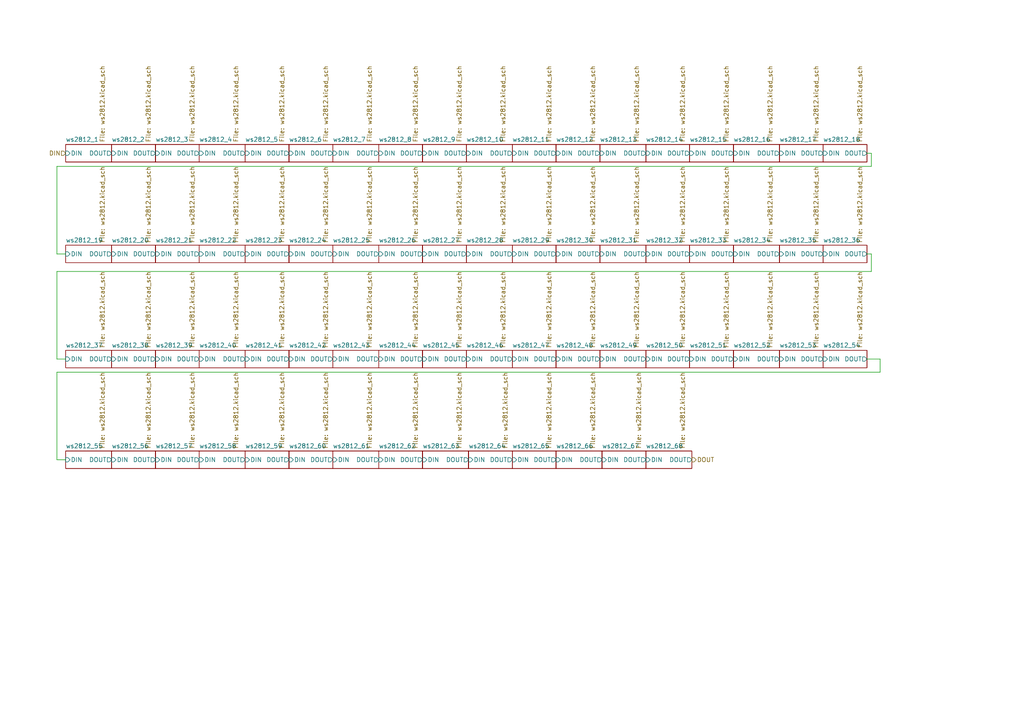
<source format=kicad_sch>
(kicad_sch
	(version 20231120)
	(generator "eeschema")
	(generator_version "8.0")
	(uuid "7b615930-65e1-4961-a856-14e63fad6b43")
	(paper "A4")
	(lib_symbols)
	(wire
		(pts
			(xy 16.51 78.74) (xy 16.51 104.14)
		)
		(stroke
			(width 0)
			(type default)
		)
		(uuid "251a3e21-72ea-4c07-8e0b-671ebb46a7c8")
	)
	(wire
		(pts
			(xy 16.51 104.14) (xy 19.05 104.14)
		)
		(stroke
			(width 0)
			(type default)
		)
		(uuid "3c2cacb6-9fd1-4045-8caf-90d12d5fd9a0")
	)
	(wire
		(pts
			(xy 252.73 44.45) (xy 252.73 48.26)
		)
		(stroke
			(width 0)
			(type default)
		)
		(uuid "3c443393-3446-4aa5-85c0-8eea8fd18cfb")
	)
	(wire
		(pts
			(xy 252.73 78.74) (xy 16.51 78.74)
		)
		(stroke
			(width 0)
			(type default)
		)
		(uuid "4120fc93-f53c-4b5c-aa58-26fee9173f9a")
	)
	(wire
		(pts
			(xy 16.51 48.26) (xy 16.51 73.66)
		)
		(stroke
			(width 0)
			(type default)
		)
		(uuid "5aaacbab-39de-4bfe-b1bc-308da7aad88e")
	)
	(wire
		(pts
			(xy 252.73 73.66) (xy 252.73 78.74)
		)
		(stroke
			(width 0)
			(type default)
		)
		(uuid "622a9c01-c3d5-4479-b391-6d9e87fa8c4a")
	)
	(wire
		(pts
			(xy 251.46 73.66) (xy 252.73 73.66)
		)
		(stroke
			(width 0)
			(type default)
		)
		(uuid "a5acc58d-5d0b-4b89-a1cc-cf6bc8ec13f4")
	)
	(wire
		(pts
			(xy 251.46 44.45) (xy 252.73 44.45)
		)
		(stroke
			(width 0)
			(type default)
		)
		(uuid "a8e93c2d-aac5-418f-9943-fd4f27939452")
	)
	(wire
		(pts
			(xy 16.51 107.95) (xy 16.51 133.35)
		)
		(stroke
			(width 0)
			(type default)
		)
		(uuid "ae341318-522e-4299-aef6-66c6f2b6154a")
	)
	(wire
		(pts
			(xy 252.73 48.26) (xy 16.51 48.26)
		)
		(stroke
			(width 0)
			(type default)
		)
		(uuid "af72ac51-a15a-49cd-a77f-73c0ec8141f8")
	)
	(wire
		(pts
			(xy 255.27 107.95) (xy 16.51 107.95)
		)
		(stroke
			(width 0)
			(type default)
		)
		(uuid "b22686f8-ffb4-4ee1-907f-100059ba0d8a")
	)
	(wire
		(pts
			(xy 16.51 73.66) (xy 19.05 73.66)
		)
		(stroke
			(width 0)
			(type default)
		)
		(uuid "b7cfa3d5-b8e7-4904-8bb0-3dceddf5c992")
	)
	(wire
		(pts
			(xy 16.51 133.35) (xy 19.05 133.35)
		)
		(stroke
			(width 0)
			(type default)
		)
		(uuid "e4305c35-0a82-4267-8f5c-9b0898962bb9")
	)
	(wire
		(pts
			(xy 251.46 104.14) (xy 255.27 104.14)
		)
		(stroke
			(width 0)
			(type default)
		)
		(uuid "e6a51c34-c835-4436-b560-23caa51419ab")
	)
	(wire
		(pts
			(xy 255.27 104.14) (xy 255.27 107.95)
		)
		(stroke
			(width 0)
			(type default)
		)
		(uuid "f7c2d54f-9e58-491e-8563-0a37b561377c")
	)
	(hierarchical_label "DIN"
		(shape input)
		(at 19.05 44.45 180)
		(fields_autoplaced yes)
		(effects
			(font
				(size 1.27 1.27)
			)
			(justify right)
		)
		(uuid "9afb146a-9d93-411d-b2fc-770f34cda27f")
	)
	(hierarchical_label "DOUT"
		(shape output)
		(at 200.66 133.35 0)
		(fields_autoplaced yes)
		(effects
			(font
				(size 1.27 1.27)
			)
			(justify left)
		)
		(uuid "e780b9b7-9ad1-4e0e-a5e1-2a47241dcfbd")
	)
	(sheet
		(at 83.82 130.81)
		(size 12.7 5.08)
		(stroke
			(width 0.1524)
			(type solid)
		)
		(fill
			(color 0 0 0 0.0000)
		)
		(uuid "004ac5dc-b4fd-4811-9838-725d9e08237d")
		(property "Sheetname" "ws2812_60"
			(at 83.82 130.0984 0)
			(effects
				(font
					(size 1.27 1.27)
				)
				(justify left bottom)
			)
		)
		(property "Sheetfile" "ws2812.kicad_sch"
			(at 93.726 130.175 90)
			(effects
				(font
					(size 1.27 1.27)
				)
				(justify left top)
			)
		)
		(pin "DIN" input
			(at 83.82 133.35 180)
			(effects
				(font
					(size 1.27 1.27)
				)
				(justify left)
			)
			(uuid "91465c0d-ccf7-428c-848f-da57f0325cc1")
		)
		(pin "DOUT" output
			(at 96.52 133.35 0)
			(effects
				(font
					(size 1.27 1.27)
				)
				(justify right)
			)
			(uuid "0794a762-cf87-4c34-b335-c4e6da0b8a2b")
		)
		(instances
			(project "otterworks_arrow"
				(path "/4b10177f-59fb-4d44-b63c-4086913e7acb/d9ffb041-5649-4844-b811-06fdd3217658"
					(page "62")
				)
			)
		)
	)
	(sheet
		(at 173.99 101.6)
		(size 13.335 5.08)
		(stroke
			(width 0.1524)
			(type solid)
		)
		(fill
			(color 0 0 0 0.0000)
		)
		(uuid "0270e80a-60a6-4ab5-81d8-efe11ae253ad")
		(property "Sheetname" "ws2812_49"
			(at 173.99 100.8884 0)
			(effects
				(font
					(size 1.27 1.27)
				)
				(justify left bottom)
			)
		)
		(property "Sheetfile" "ws2812.kicad_sch"
			(at 183.896 100.965 90)
			(effects
				(font
					(size 1.27 1.27)
				)
				(justify left top)
			)
		)
		(pin "DIN" input
			(at 173.99 104.14 180)
			(effects
				(font
					(size 1.27 1.27)
				)
				(justify left)
			)
			(uuid "ec3ed4cb-c00b-46c9-95a4-d1faa11c810e")
		)
		(pin "DOUT" output
			(at 187.325 104.14 0)
			(effects
				(font
					(size 1.27 1.27)
				)
				(justify right)
			)
			(uuid "a7527282-65fe-4806-a690-34fb6fa5f2bc")
		)
		(instances
			(project "otterworks_arrow"
				(path "/4b10177f-59fb-4d44-b63c-4086913e7acb/d9ffb041-5649-4844-b811-06fdd3217658"
					(page "51")
				)
			)
		)
	)
	(sheet
		(at 200.025 41.91)
		(size 12.7 5.08)
		(stroke
			(width 0.1524)
			(type solid)
		)
		(fill
			(color 0 0 0 0.0000)
		)
		(uuid "05a2ecf1-32c4-4685-a971-b8b0deae829b")
		(property "Sheetname" "ws2812_15"
			(at 200.025 41.1984 0)
			(effects
				(font
					(size 1.27 1.27)
				)
				(justify left bottom)
			)
		)
		(property "Sheetfile" "ws2812.kicad_sch"
			(at 209.931 41.275 90)
			(effects
				(font
					(size 1.27 1.27)
				)
				(justify left top)
			)
		)
		(pin "DIN" input
			(at 200.025 44.45 180)
			(effects
				(font
					(size 1.27 1.27)
				)
				(justify left)
			)
			(uuid "e718c798-8f40-40cd-8e92-ea3fbc9d0949")
		)
		(pin "DOUT" output
			(at 212.725 44.45 0)
			(effects
				(font
					(size 1.27 1.27)
				)
				(justify right)
			)
			(uuid "6f150ed1-49f4-4908-ae49-e2fe4f341a21")
		)
		(instances
			(project "otterworks_arrow"
				(path "/4b10177f-59fb-4d44-b63c-4086913e7acb/d9ffb041-5649-4844-b811-06fdd3217658"
					(page "17")
				)
			)
		)
	)
	(sheet
		(at 96.52 41.91)
		(size 13.335 5.08)
		(stroke
			(width 0.1524)
			(type solid)
		)
		(fill
			(color 0 0 0 0.0000)
		)
		(uuid "07b00f24-1aaf-4660-8777-1477c5ebea88")
		(property "Sheetname" "ws2812_7"
			(at 96.52 41.1984 0)
			(effects
				(font
					(size 1.27 1.27)
				)
				(justify left bottom)
			)
		)
		(property "Sheetfile" "ws2812.kicad_sch"
			(at 106.426 41.275 90)
			(effects
				(font
					(size 1.27 1.27)
				)
				(justify left top)
			)
		)
		(pin "DIN" input
			(at 96.52 44.45 180)
			(effects
				(font
					(size 1.27 1.27)
				)
				(justify left)
			)
			(uuid "43eda0f5-1021-422f-9baa-dc3533378b8b")
		)
		(pin "DOUT" output
			(at 109.855 44.45 0)
			(effects
				(font
					(size 1.27 1.27)
				)
				(justify right)
			)
			(uuid "d8c4b23f-e8fd-4545-877d-7afab050ed94")
		)
		(instances
			(project "otterworks_arrow"
				(path "/4b10177f-59fb-4d44-b63c-4086913e7acb/d9ffb041-5649-4844-b811-06fdd3217658"
					(page "9")
				)
			)
		)
	)
	(sheet
		(at 71.12 101.6)
		(size 12.7 5.08)
		(stroke
			(width 0.1524)
			(type solid)
		)
		(fill
			(color 0 0 0 0.0000)
		)
		(uuid "080d0ce8-23c8-4575-afee-26a9adc4a1ab")
		(property "Sheetname" "ws2812_41"
			(at 71.12 100.8884 0)
			(effects
				(font
					(size 1.27 1.27)
				)
				(justify left bottom)
			)
		)
		(property "Sheetfile" "ws2812.kicad_sch"
			(at 81.026 100.965 90)
			(effects
				(font
					(size 1.27 1.27)
				)
				(justify left top)
			)
		)
		(pin "DIN" input
			(at 71.12 104.14 180)
			(effects
				(font
					(size 1.27 1.27)
				)
				(justify left)
			)
			(uuid "28d3d35d-194f-4b10-b060-0e87e8ae4789")
		)
		(pin "DOUT" output
			(at 83.82 104.14 0)
			(effects
				(font
					(size 1.27 1.27)
				)
				(justify right)
			)
			(uuid "304ee5cd-a7cd-4362-911b-c532440e0763")
		)
		(instances
			(project "otterworks_arrow"
				(path "/4b10177f-59fb-4d44-b63c-4086913e7acb/d9ffb041-5649-4844-b811-06fdd3217658"
					(page "43")
				)
			)
		)
	)
	(sheet
		(at 187.325 71.12)
		(size 12.7 5.08)
		(stroke
			(width 0.1524)
			(type solid)
		)
		(fill
			(color 0 0 0 0.0000)
		)
		(uuid "0ca3e0ec-f550-4b11-8ba4-dbc07e7fda0e")
		(property "Sheetname" "ws2812_32"
			(at 187.325 70.4084 0)
			(effects
				(font
					(size 1.27 1.27)
				)
				(justify left bottom)
			)
		)
		(property "Sheetfile" "ws2812.kicad_sch"
			(at 197.231 70.485 90)
			(effects
				(font
					(size 1.27 1.27)
				)
				(justify left top)
			)
		)
		(pin "DIN" input
			(at 187.325 73.66 180)
			(effects
				(font
					(size 1.27 1.27)
				)
				(justify left)
			)
			(uuid "522f62b1-ac73-4fc7-b3d8-f993dfede29c")
		)
		(pin "DOUT" output
			(at 200.025 73.66 0)
			(effects
				(font
					(size 1.27 1.27)
				)
				(justify right)
			)
			(uuid "dc67193a-e28a-4719-9bea-99da61f51e91")
		)
		(instances
			(project "otterworks_arrow"
				(path "/4b10177f-59fb-4d44-b63c-4086913e7acb/d9ffb041-5649-4844-b811-06fdd3217658"
					(page "34")
				)
			)
		)
	)
	(sheet
		(at 238.76 41.91)
		(size 12.7 5.08)
		(stroke
			(width 0.1524)
			(type solid)
		)
		(fill
			(color 0 0 0 0.0000)
		)
		(uuid "0da4e426-bf0b-4dec-979c-a6e9ea69216b")
		(property "Sheetname" "ws2812_18"
			(at 238.76 41.1984 0)
			(effects
				(font
					(size 1.27 1.27)
				)
				(justify left bottom)
			)
		)
		(property "Sheetfile" "ws2812.kicad_sch"
			(at 248.666 41.275 90)
			(effects
				(font
					(size 1.27 1.27)
				)
				(justify left top)
			)
		)
		(pin "DIN" input
			(at 238.76 44.45 180)
			(effects
				(font
					(size 1.27 1.27)
				)
				(justify left)
			)
			(uuid "460a72ee-d4a1-47cc-b52a-2c6d3ab4852f")
		)
		(pin "DOUT" output
			(at 251.46 44.45 0)
			(effects
				(font
					(size 1.27 1.27)
				)
				(justify right)
			)
			(uuid "1a3edc58-d444-41cd-8a32-74dde0309f8a")
		)
		(instances
			(project "otterworks_arrow"
				(path "/4b10177f-59fb-4d44-b63c-4086913e7acb/d9ffb041-5649-4844-b811-06fdd3217658"
					(page "20")
				)
			)
		)
	)
	(sheet
		(at 173.99 41.91)
		(size 13.335 5.08)
		(stroke
			(width 0.1524)
			(type solid)
		)
		(fill
			(color 0 0 0 0.0000)
		)
		(uuid "0de03c5e-6d50-4c14-a744-634f2b417211")
		(property "Sheetname" "ws2812_13"
			(at 173.99 41.1984 0)
			(effects
				(font
					(size 1.27 1.27)
				)
				(justify left bottom)
			)
		)
		(property "Sheetfile" "ws2812.kicad_sch"
			(at 183.896 41.275 90)
			(effects
				(font
					(size 1.27 1.27)
				)
				(justify left top)
			)
		)
		(pin "DIN" input
			(at 173.99 44.45 180)
			(effects
				(font
					(size 1.27 1.27)
				)
				(justify left)
			)
			(uuid "9a632dd6-3678-41ef-b425-390a214b1e09")
		)
		(pin "DOUT" output
			(at 187.325 44.45 0)
			(effects
				(font
					(size 1.27 1.27)
				)
				(justify right)
			)
			(uuid "c0a7d7b6-e2cf-48c8-b229-8aee3aa488a0")
		)
		(instances
			(project "otterworks_arrow"
				(path "/4b10177f-59fb-4d44-b63c-4086913e7acb/d9ffb041-5649-4844-b811-06fdd3217658"
					(page "15")
				)
			)
		)
	)
	(sheet
		(at 57.785 41.91)
		(size 13.335 5.08)
		(stroke
			(width 0.1524)
			(type solid)
		)
		(fill
			(color 0 0 0 0.0000)
		)
		(uuid "1096179a-c659-4991-aa84-53822458846c")
		(property "Sheetname" "ws2812_4"
			(at 57.785 41.1984 0)
			(effects
				(font
					(size 1.27 1.27)
				)
				(justify left bottom)
			)
		)
		(property "Sheetfile" "ws2812.kicad_sch"
			(at 67.691 41.275 90)
			(effects
				(font
					(size 1.27 1.27)
				)
				(justify left top)
			)
		)
		(pin "DIN" input
			(at 57.785 44.45 180)
			(effects
				(font
					(size 1.27 1.27)
				)
				(justify left)
			)
			(uuid "9f4e6eaa-9631-4b3e-98aa-3daaf86a2336")
		)
		(pin "DOUT" output
			(at 71.12 44.45 0)
			(effects
				(font
					(size 1.27 1.27)
				)
				(justify right)
			)
			(uuid "e03d7549-cb27-4f5a-bef0-aee9fc67a420")
		)
		(instances
			(project "otterworks_arrow"
				(path "/4b10177f-59fb-4d44-b63c-4086913e7acb/d9ffb041-5649-4844-b811-06fdd3217658"
					(page "6")
				)
			)
		)
	)
	(sheet
		(at 109.855 101.6)
		(size 12.7 5.08)
		(stroke
			(width 0.1524)
			(type solid)
		)
		(fill
			(color 0 0 0 0.0000)
		)
		(uuid "180310a7-d593-4091-a783-27195d37394e")
		(property "Sheetname" "ws2812_44"
			(at 109.855 100.8884 0)
			(effects
				(font
					(size 1.27 1.27)
				)
				(justify left bottom)
			)
		)
		(property "Sheetfile" "ws2812.kicad_sch"
			(at 119.761 100.965 90)
			(effects
				(font
					(size 1.27 1.27)
				)
				(justify left top)
			)
		)
		(pin "DIN" input
			(at 109.855 104.14 180)
			(effects
				(font
					(size 1.27 1.27)
				)
				(justify left)
			)
			(uuid "70498921-165e-4817-9ba6-902e37100919")
		)
		(pin "DOUT" output
			(at 122.555 104.14 0)
			(effects
				(font
					(size 1.27 1.27)
				)
				(justify right)
			)
			(uuid "4b9603d2-072f-4946-b9b4-98cfe818acea")
		)
		(instances
			(project "otterworks_arrow"
				(path "/4b10177f-59fb-4d44-b63c-4086913e7acb/d9ffb041-5649-4844-b811-06fdd3217658"
					(page "46")
				)
			)
		)
	)
	(sheet
		(at 135.255 71.12)
		(size 13.335 5.08)
		(stroke
			(width 0.1524)
			(type solid)
		)
		(fill
			(color 0 0 0 0.0000)
		)
		(uuid "1cf310a3-7a6b-43e2-b328-11417900db3d")
		(property "Sheetname" "ws2812_28"
			(at 135.255 70.4084 0)
			(effects
				(font
					(size 1.27 1.27)
				)
				(justify left bottom)
			)
		)
		(property "Sheetfile" "ws2812.kicad_sch"
			(at 145.161 70.485 90)
			(effects
				(font
					(size 1.27 1.27)
				)
				(justify left top)
			)
		)
		(pin "DIN" input
			(at 135.255 73.66 180)
			(effects
				(font
					(size 1.27 1.27)
				)
				(justify left)
			)
			(uuid "a4d01eed-e59c-4dff-886e-bdcb34520af2")
		)
		(pin "DOUT" output
			(at 148.59 73.66 0)
			(effects
				(font
					(size 1.27 1.27)
				)
				(justify right)
			)
			(uuid "619e42c7-3346-4227-8e63-ef130570afad")
		)
		(instances
			(project "otterworks_arrow"
				(path "/4b10177f-59fb-4d44-b63c-4086913e7acb/d9ffb041-5649-4844-b811-06fdd3217658"
					(page "30")
				)
			)
		)
	)
	(sheet
		(at 57.785 71.12)
		(size 13.335 5.08)
		(stroke
			(width 0.1524)
			(type solid)
		)
		(fill
			(color 0 0 0 0.0000)
		)
		(uuid "22ce01df-b980-487a-9809-d1eb725477b1")
		(property "Sheetname" "ws2812_22"
			(at 57.785 70.4084 0)
			(effects
				(font
					(size 1.27 1.27)
				)
				(justify left bottom)
			)
		)
		(property "Sheetfile" "ws2812.kicad_sch"
			(at 67.691 70.485 90)
			(effects
				(font
					(size 1.27 1.27)
				)
				(justify left top)
			)
		)
		(pin "DIN" input
			(at 57.785 73.66 180)
			(effects
				(font
					(size 1.27 1.27)
				)
				(justify left)
			)
			(uuid "8a766ee3-608f-4314-8395-1b0ef62d4760")
		)
		(pin "DOUT" output
			(at 71.12 73.66 0)
			(effects
				(font
					(size 1.27 1.27)
				)
				(justify right)
			)
			(uuid "21451968-fba9-40bf-95ca-87abd4110d86")
		)
		(instances
			(project "otterworks_arrow"
				(path "/4b10177f-59fb-4d44-b63c-4086913e7acb/d9ffb041-5649-4844-b811-06fdd3217658"
					(page "24")
				)
			)
		)
	)
	(sheet
		(at 45.085 101.6)
		(size 12.7 5.08)
		(stroke
			(width 0.1524)
			(type solid)
		)
		(fill
			(color 0 0 0 0.0000)
		)
		(uuid "24779915-c070-401b-9888-1dfd4d6a3b21")
		(property "Sheetname" "ws2812_39"
			(at 45.085 100.8884 0)
			(effects
				(font
					(size 1.27 1.27)
				)
				(justify left bottom)
			)
		)
		(property "Sheetfile" "ws2812.kicad_sch"
			(at 54.991 100.965 90)
			(effects
				(font
					(size 1.27 1.27)
				)
				(justify left top)
			)
		)
		(pin "DIN" input
			(at 45.085 104.14 180)
			(effects
				(font
					(size 1.27 1.27)
				)
				(justify left)
			)
			(uuid "a0c300ce-fa39-4eb1-ace8-ffbe40eae5dc")
		)
		(pin "DOUT" output
			(at 57.785 104.14 0)
			(effects
				(font
					(size 1.27 1.27)
				)
				(justify right)
			)
			(uuid "4447a5bf-c185-4535-bc13-675fc956bba5")
		)
		(instances
			(project "otterworks_arrow"
				(path "/4b10177f-59fb-4d44-b63c-4086913e7acb/d9ffb041-5649-4844-b811-06fdd3217658"
					(page "41")
				)
			)
		)
	)
	(sheet
		(at 109.855 130.81)
		(size 12.7 5.08)
		(stroke
			(width 0.1524)
			(type solid)
		)
		(fill
			(color 0 0 0 0.0000)
		)
		(uuid "299c5121-6258-42ec-ac86-a62153abb681")
		(property "Sheetname" "ws2812_62"
			(at 109.855 130.0984 0)
			(effects
				(font
					(size 1.27 1.27)
				)
				(justify left bottom)
			)
		)
		(property "Sheetfile" "ws2812.kicad_sch"
			(at 119.761 130.175 90)
			(effects
				(font
					(size 1.27 1.27)
				)
				(justify left top)
			)
		)
		(pin "DIN" input
			(at 109.855 133.35 180)
			(effects
				(font
					(size 1.27 1.27)
				)
				(justify left)
			)
			(uuid "a002a071-10c8-454d-83ec-32b917c67a5d")
		)
		(pin "DOUT" output
			(at 122.555 133.35 0)
			(effects
				(font
					(size 1.27 1.27)
				)
				(justify right)
			)
			(uuid "6d14027d-8d06-45b4-94a9-45af0355f4a9")
		)
		(instances
			(project "otterworks_arrow"
				(path "/4b10177f-59fb-4d44-b63c-4086913e7acb/d9ffb041-5649-4844-b811-06fdd3217658"
					(page "64")
				)
			)
		)
	)
	(sheet
		(at 45.085 130.81)
		(size 12.7 5.08)
		(stroke
			(width 0.1524)
			(type solid)
		)
		(fill
			(color 0 0 0 0.0000)
		)
		(uuid "2a59b91e-b8ed-4f06-882e-2d5aa8aedd30")
		(property "Sheetname" "ws2812_57"
			(at 45.085 130.0984 0)
			(effects
				(font
					(size 1.27 1.27)
				)
				(justify left bottom)
			)
		)
		(property "Sheetfile" "ws2812.kicad_sch"
			(at 54.991 130.175 90)
			(effects
				(font
					(size 1.27 1.27)
				)
				(justify left top)
			)
		)
		(pin "DIN" input
			(at 45.085 133.35 180)
			(effects
				(font
					(size 1.27 1.27)
				)
				(justify left)
			)
			(uuid "cded3961-3f80-40e5-8958-f9b6e4bc6f75")
		)
		(pin "DOUT" output
			(at 57.785 133.35 0)
			(effects
				(font
					(size 1.27 1.27)
				)
				(justify right)
			)
			(uuid "941e9031-c3bf-4b9f-b2fa-ba21402150a6")
		)
		(instances
			(project "otterworks_arrow"
				(path "/4b10177f-59fb-4d44-b63c-4086913e7acb/d9ffb041-5649-4844-b811-06fdd3217658"
					(page "59")
				)
			)
		)
	)
	(sheet
		(at 71.12 41.91)
		(size 12.7 5.08)
		(stroke
			(width 0.1524)
			(type solid)
		)
		(fill
			(color 0 0 0 0.0000)
		)
		(uuid "2d0cbee8-a9cb-4651-8461-f8afa85be2d3")
		(property "Sheetname" "ws2812_5"
			(at 71.12 41.1984 0)
			(effects
				(font
					(size 1.27 1.27)
				)
				(justify left bottom)
			)
		)
		(property "Sheetfile" "ws2812.kicad_sch"
			(at 81.026 41.275 90)
			(effects
				(font
					(size 1.27 1.27)
				)
				(justify left top)
			)
		)
		(pin "DIN" input
			(at 71.12 44.45 180)
			(effects
				(font
					(size 1.27 1.27)
				)
				(justify left)
			)
			(uuid "b898356b-f7c6-48ae-8519-6885d75d12c7")
		)
		(pin "DOUT" output
			(at 83.82 44.45 0)
			(effects
				(font
					(size 1.27 1.27)
				)
				(justify right)
			)
			(uuid "961a4ced-cb3b-41a7-933f-d23b4eebfaa5")
		)
		(instances
			(project "otterworks_arrow"
				(path "/4b10177f-59fb-4d44-b63c-4086913e7acb/d9ffb041-5649-4844-b811-06fdd3217658"
					(page "7")
				)
			)
		)
	)
	(sheet
		(at 83.82 41.91)
		(size 12.7 5.08)
		(stroke
			(width 0.1524)
			(type solid)
		)
		(fill
			(color 0 0 0 0.0000)
		)
		(uuid "2fc557e3-e60e-415c-b61d-fdb2043bab3f")
		(property "Sheetname" "ws2812_6"
			(at 83.82 41.1984 0)
			(effects
				(font
					(size 1.27 1.27)
				)
				(justify left bottom)
			)
		)
		(property "Sheetfile" "ws2812.kicad_sch"
			(at 93.726 41.275 90)
			(effects
				(font
					(size 1.27 1.27)
				)
				(justify left top)
			)
		)
		(pin "DIN" input
			(at 83.82 44.45 180)
			(effects
				(font
					(size 1.27 1.27)
				)
				(justify left)
			)
			(uuid "e6e73baa-f2f6-4bfd-aff8-ddc2bd8d958b")
		)
		(pin "DOUT" output
			(at 96.52 44.45 0)
			(effects
				(font
					(size 1.27 1.27)
				)
				(justify right)
			)
			(uuid "e6f372bd-8979-41d0-b7a5-e3eaa90e4c25")
		)
		(instances
			(project "otterworks_arrow"
				(path "/4b10177f-59fb-4d44-b63c-4086913e7acb/d9ffb041-5649-4844-b811-06fdd3217658"
					(page "8")
				)
			)
		)
	)
	(sheet
		(at 161.29 71.12)
		(size 12.7 5.08)
		(stroke
			(width 0.1524)
			(type solid)
		)
		(fill
			(color 0 0 0 0.0000)
		)
		(uuid "2fe88ed3-e2c2-4bb5-bcd3-83b36afcb555")
		(property "Sheetname" "ws2812_30"
			(at 161.29 70.4084 0)
			(effects
				(font
					(size 1.27 1.27)
				)
				(justify left bottom)
			)
		)
		(property "Sheetfile" "ws2812.kicad_sch"
			(at 171.196 70.485 90)
			(effects
				(font
					(size 1.27 1.27)
				)
				(justify left top)
			)
		)
		(pin "DIN" input
			(at 161.29 73.66 180)
			(effects
				(font
					(size 1.27 1.27)
				)
				(justify left)
			)
			(uuid "a8506b14-d58f-4bb4-a6b0-906e32789408")
		)
		(pin "DOUT" output
			(at 173.99 73.66 0)
			(effects
				(font
					(size 1.27 1.27)
				)
				(justify right)
			)
			(uuid "71808407-abb8-4834-be8d-4e85fcd4b315")
		)
		(instances
			(project "otterworks_arrow"
				(path "/4b10177f-59fb-4d44-b63c-4086913e7acb/d9ffb041-5649-4844-b811-06fdd3217658"
					(page "32")
				)
			)
		)
	)
	(sheet
		(at 32.385 130.81)
		(size 12.7 5.08)
		(stroke
			(width 0.1524)
			(type solid)
		)
		(fill
			(color 0 0 0 0.0000)
		)
		(uuid "31b947d4-f21d-49ed-b54f-6bc559189666")
		(property "Sheetname" "ws2812_56"
			(at 32.385 130.0984 0)
			(effects
				(font
					(size 1.27 1.27)
				)
				(justify left bottom)
			)
		)
		(property "Sheetfile" "ws2812.kicad_sch"
			(at 42.291 130.175 90)
			(effects
				(font
					(size 1.27 1.27)
				)
				(justify left top)
			)
		)
		(pin "DIN" input
			(at 32.385 133.35 180)
			(effects
				(font
					(size 1.27 1.27)
				)
				(justify left)
			)
			(uuid "9eff971c-15f9-4a90-bf79-d4ba03c2e97d")
		)
		(pin "DOUT" output
			(at 45.085 133.35 0)
			(effects
				(font
					(size 1.27 1.27)
				)
				(justify right)
			)
			(uuid "1e848ab8-fe63-413f-8c57-950b9d36e57e")
		)
		(instances
			(project "otterworks_arrow"
				(path "/4b10177f-59fb-4d44-b63c-4086913e7acb/d9ffb041-5649-4844-b811-06fdd3217658"
					(page "58")
				)
			)
		)
	)
	(sheet
		(at 122.555 101.6)
		(size 12.7 5.08)
		(stroke
			(width 0.1524)
			(type solid)
		)
		(fill
			(color 0 0 0 0.0000)
		)
		(uuid "32e88c84-56bc-4676-a2ec-f0c1d1f30ee3")
		(property "Sheetname" "ws2812_45"
			(at 122.555 100.8884 0)
			(effects
				(font
					(size 1.27 1.27)
				)
				(justify left bottom)
			)
		)
		(property "Sheetfile" "ws2812.kicad_sch"
			(at 132.461 100.965 90)
			(effects
				(font
					(size 1.27 1.27)
				)
				(justify left top)
			)
		)
		(pin "DIN" input
			(at 122.555 104.14 180)
			(effects
				(font
					(size 1.27 1.27)
				)
				(justify left)
			)
			(uuid "8a5df341-42db-45a0-9e6b-672629ef2fbc")
		)
		(pin "DOUT" output
			(at 135.255 104.14 0)
			(effects
				(font
					(size 1.27 1.27)
				)
				(justify right)
			)
			(uuid "da099e1b-64cf-47b8-96ed-30d63434d48d")
		)
		(instances
			(project "otterworks_arrow"
				(path "/4b10177f-59fb-4d44-b63c-4086913e7acb/d9ffb041-5649-4844-b811-06fdd3217658"
					(page "47")
				)
			)
		)
	)
	(sheet
		(at 109.855 41.91)
		(size 12.7 5.08)
		(stroke
			(width 0.1524)
			(type solid)
		)
		(fill
			(color 0 0 0 0.0000)
		)
		(uuid "354f9b26-dd27-458a-886b-79852159372e")
		(property "Sheetname" "ws2812_8"
			(at 109.855 41.1984 0)
			(effects
				(font
					(size 1.27 1.27)
				)
				(justify left bottom)
			)
		)
		(property "Sheetfile" "ws2812.kicad_sch"
			(at 119.761 41.275 90)
			(effects
				(font
					(size 1.27 1.27)
				)
				(justify left top)
			)
		)
		(pin "DIN" input
			(at 109.855 44.45 180)
			(effects
				(font
					(size 1.27 1.27)
				)
				(justify left)
			)
			(uuid "81971925-a3fc-4571-b6fb-3b71e0436d14")
		)
		(pin "DOUT" output
			(at 122.555 44.45 0)
			(effects
				(font
					(size 1.27 1.27)
				)
				(justify right)
			)
			(uuid "72f07b0e-5ded-47ff-8a9d-8a70b8414ac7")
		)
		(instances
			(project "otterworks_arrow"
				(path "/4b10177f-59fb-4d44-b63c-4086913e7acb/d9ffb041-5649-4844-b811-06fdd3217658"
					(page "10")
				)
			)
		)
	)
	(sheet
		(at 187.325 41.91)
		(size 12.7 5.08)
		(stroke
			(width 0.1524)
			(type solid)
		)
		(fill
			(color 0 0 0 0.0000)
		)
		(uuid "366a328b-a06b-42fc-a0d7-c4880187ec18")
		(property "Sheetname" "ws2812_14"
			(at 187.325 41.1984 0)
			(effects
				(font
					(size 1.27 1.27)
				)
				(justify left bottom)
			)
		)
		(property "Sheetfile" "ws2812.kicad_sch"
			(at 197.231 41.275 90)
			(effects
				(font
					(size 1.27 1.27)
				)
				(justify left top)
			)
		)
		(pin "DIN" input
			(at 187.325 44.45 180)
			(effects
				(font
					(size 1.27 1.27)
				)
				(justify left)
			)
			(uuid "6d6b0682-8638-4b7d-96da-5ec6dfc0a4e1")
		)
		(pin "DOUT" output
			(at 200.025 44.45 0)
			(effects
				(font
					(size 1.27 1.27)
				)
				(justify right)
			)
			(uuid "1fa463d0-d8af-41c9-a14d-cf4b4b7b4ec3")
		)
		(instances
			(project "otterworks_arrow"
				(path "/4b10177f-59fb-4d44-b63c-4086913e7acb/d9ffb041-5649-4844-b811-06fdd3217658"
					(page "16")
				)
			)
		)
	)
	(sheet
		(at 173.99 71.12)
		(size 13.335 5.08)
		(stroke
			(width 0.1524)
			(type solid)
		)
		(fill
			(color 0 0 0 0.0000)
		)
		(uuid "36a11da8-5d77-464c-9acf-db34faa2a04b")
		(property "Sheetname" "ws2812_31"
			(at 173.99 70.4084 0)
			(effects
				(font
					(size 1.27 1.27)
				)
				(justify left bottom)
			)
		)
		(property "Sheetfile" "ws2812.kicad_sch"
			(at 183.896 70.485 90)
			(effects
				(font
					(size 1.27 1.27)
				)
				(justify left top)
			)
		)
		(pin "DIN" input
			(at 173.99 73.66 180)
			(effects
				(font
					(size 1.27 1.27)
				)
				(justify left)
			)
			(uuid "eec8c52e-4616-4d91-b941-c5e98332a36e")
		)
		(pin "DOUT" output
			(at 187.325 73.66 0)
			(effects
				(font
					(size 1.27 1.27)
				)
				(justify right)
			)
			(uuid "acf51b9d-6d91-4b83-819e-e91a61a7f85f")
		)
		(instances
			(project "otterworks_arrow"
				(path "/4b10177f-59fb-4d44-b63c-4086913e7acb/d9ffb041-5649-4844-b811-06fdd3217658"
					(page "33")
				)
			)
		)
	)
	(sheet
		(at 238.76 71.12)
		(size 12.7 5.08)
		(stroke
			(width 0.1524)
			(type solid)
		)
		(fill
			(color 0 0 0 0.0000)
		)
		(uuid "36c04daf-ec31-4d50-9b90-6fe6cfc05eec")
		(property "Sheetname" "ws2812_36"
			(at 238.76 70.4084 0)
			(effects
				(font
					(size 1.27 1.27)
				)
				(justify left bottom)
			)
		)
		(property "Sheetfile" "ws2812.kicad_sch"
			(at 248.666 70.485 90)
			(effects
				(font
					(size 1.27 1.27)
				)
				(justify left top)
			)
		)
		(pin "DIN" input
			(at 238.76 73.66 180)
			(effects
				(font
					(size 1.27 1.27)
				)
				(justify left)
			)
			(uuid "e118124d-bda9-41e2-b616-d44a9faad8a3")
		)
		(pin "DOUT" output
			(at 251.46 73.66 0)
			(effects
				(font
					(size 1.27 1.27)
				)
				(justify right)
			)
			(uuid "55645e15-ded9-4d99-b852-bf7e2ec39b4e")
		)
		(instances
			(project "otterworks_arrow"
				(path "/4b10177f-59fb-4d44-b63c-4086913e7acb/d9ffb041-5649-4844-b811-06fdd3217658"
					(page "38")
				)
			)
		)
	)
	(sheet
		(at 187.325 101.6)
		(size 12.7 5.08)
		(stroke
			(width 0.1524)
			(type solid)
		)
		(fill
			(color 0 0 0 0.0000)
		)
		(uuid "3b5871c2-c44b-450f-b6cf-c43d9bb1399e")
		(property "Sheetname" "ws2812_50"
			(at 187.325 100.8884 0)
			(effects
				(font
					(size 1.27 1.27)
				)
				(justify left bottom)
			)
		)
		(property "Sheetfile" "ws2812.kicad_sch"
			(at 197.231 100.965 90)
			(effects
				(font
					(size 1.27 1.27)
				)
				(justify left top)
			)
		)
		(pin "DIN" input
			(at 187.325 104.14 180)
			(effects
				(font
					(size 1.27 1.27)
				)
				(justify left)
			)
			(uuid "4959154b-8a85-470b-90f4-c80253e4b01f")
		)
		(pin "DOUT" output
			(at 200.025 104.14 0)
			(effects
				(font
					(size 1.27 1.27)
				)
				(justify right)
			)
			(uuid "d2bccc59-ffea-4541-a283-f0420c05d623")
		)
		(instances
			(project "otterworks_arrow"
				(path "/4b10177f-59fb-4d44-b63c-4086913e7acb/d9ffb041-5649-4844-b811-06fdd3217658"
					(page "52")
				)
			)
		)
	)
	(sheet
		(at 57.785 130.81)
		(size 13.335 5.08)
		(stroke
			(width 0.1524)
			(type solid)
		)
		(fill
			(color 0 0 0 0.0000)
		)
		(uuid "3d34e20a-8250-4487-96ff-7e677ec3f0d6")
		(property "Sheetname" "ws2812_58"
			(at 57.785 130.0984 0)
			(effects
				(font
					(size 1.27 1.27)
				)
				(justify left bottom)
			)
		)
		(property "Sheetfile" "ws2812.kicad_sch"
			(at 67.691 130.175 90)
			(effects
				(font
					(size 1.27 1.27)
				)
				(justify left top)
			)
		)
		(pin "DIN" input
			(at 57.785 133.35 180)
			(effects
				(font
					(size 1.27 1.27)
				)
				(justify left)
			)
			(uuid "73bb93e4-cb8d-44dc-9465-4aed52b7198e")
		)
		(pin "DOUT" output
			(at 71.12 133.35 0)
			(effects
				(font
					(size 1.27 1.27)
				)
				(justify right)
			)
			(uuid "a5d8fa0a-f89a-45c5-884f-c7a28c770988")
		)
		(instances
			(project "otterworks_arrow"
				(path "/4b10177f-59fb-4d44-b63c-4086913e7acb/d9ffb041-5649-4844-b811-06fdd3217658"
					(page "60")
				)
			)
		)
	)
	(sheet
		(at 96.52 71.12)
		(size 13.335 5.08)
		(stroke
			(width 0.1524)
			(type solid)
		)
		(fill
			(color 0 0 0 0.0000)
		)
		(uuid "40a8579a-2ed6-4aa8-b213-f773248f6b5f")
		(property "Sheetname" "ws2812_25"
			(at 96.52 70.4084 0)
			(effects
				(font
					(size 1.27 1.27)
				)
				(justify left bottom)
			)
		)
		(property "Sheetfile" "ws2812.kicad_sch"
			(at 106.426 70.485 90)
			(effects
				(font
					(size 1.27 1.27)
				)
				(justify left top)
			)
		)
		(pin "DIN" input
			(at 96.52 73.66 180)
			(effects
				(font
					(size 1.27 1.27)
				)
				(justify left)
			)
			(uuid "aa9244f5-3e6e-48a8-8e6e-da11613e5711")
		)
		(pin "DOUT" output
			(at 109.855 73.66 0)
			(effects
				(font
					(size 1.27 1.27)
				)
				(justify right)
			)
			(uuid "7f98d1ec-f1fa-4a13-ab6b-71ef375ded09")
		)
		(instances
			(project "otterworks_arrow"
				(path "/4b10177f-59fb-4d44-b63c-4086913e7acb/d9ffb041-5649-4844-b811-06fdd3217658"
					(page "27")
				)
			)
		)
	)
	(sheet
		(at 83.82 101.6)
		(size 12.7 5.08)
		(stroke
			(width 0.1524)
			(type solid)
		)
		(fill
			(color 0 0 0 0.0000)
		)
		(uuid "44699033-519b-421e-95c7-0c800c00923a")
		(property "Sheetname" "ws2812_42"
			(at 83.82 100.8884 0)
			(effects
				(font
					(size 1.27 1.27)
				)
				(justify left bottom)
			)
		)
		(property "Sheetfile" "ws2812.kicad_sch"
			(at 93.726 100.965 90)
			(effects
				(font
					(size 1.27 1.27)
				)
				(justify left top)
			)
		)
		(pin "DIN" input
			(at 83.82 104.14 180)
			(effects
				(font
					(size 1.27 1.27)
				)
				(justify left)
			)
			(uuid "628bc214-8051-4a69-9fe5-014c2662925f")
		)
		(pin "DOUT" output
			(at 96.52 104.14 0)
			(effects
				(font
					(size 1.27 1.27)
				)
				(justify right)
			)
			(uuid "a5fea62a-1eb4-4391-89fc-917aceaace83")
		)
		(instances
			(project "otterworks_arrow"
				(path "/4b10177f-59fb-4d44-b63c-4086913e7acb/d9ffb041-5649-4844-b811-06fdd3217658"
					(page "44")
				)
			)
		)
	)
	(sheet
		(at 122.555 130.81)
		(size 13.335 5.08)
		(stroke
			(width 0.1524)
			(type solid)
		)
		(fill
			(color 0 0 0 0.0000)
		)
		(uuid "4835c996-8507-4df5-b7de-90b8c0af2758")
		(property "Sheetname" "ws2812_63"
			(at 122.555 130.0984 0)
			(effects
				(font
					(size 1.27 1.27)
				)
				(justify left bottom)
			)
		)
		(property "Sheetfile" "ws2812.kicad_sch"
			(at 132.461 130.175 90)
			(effects
				(font
					(size 1.27 1.27)
				)
				(justify left top)
			)
		)
		(pin "DIN" input
			(at 122.555 133.35 180)
			(effects
				(font
					(size 1.27 1.27)
				)
				(justify left)
			)
			(uuid "2d4a5258-8049-4748-96ec-88ad3db87630")
		)
		(pin "DOUT" output
			(at 135.89 133.35 0)
			(effects
				(font
					(size 1.27 1.27)
				)
				(justify right)
			)
			(uuid "e4f7a392-1107-47bf-8b5d-d777cb8340fa")
		)
		(instances
			(project "otterworks_arrow"
				(path "/4b10177f-59fb-4d44-b63c-4086913e7acb/d9ffb041-5649-4844-b811-06fdd3217658"
					(page "65")
				)
			)
		)
	)
	(sheet
		(at 161.29 41.91)
		(size 12.7 5.08)
		(stroke
			(width 0.1524)
			(type solid)
		)
		(fill
			(color 0 0 0 0.0000)
		)
		(uuid "49f4ad06-d7a2-44b1-a333-1d8711f03fd4")
		(property "Sheetname" "ws2812_12"
			(at 161.29 41.1984 0)
			(effects
				(font
					(size 1.27 1.27)
				)
				(justify left bottom)
			)
		)
		(property "Sheetfile" "ws2812.kicad_sch"
			(at 171.196 41.275 90)
			(effects
				(font
					(size 1.27 1.27)
				)
				(justify left top)
			)
		)
		(pin "DIN" input
			(at 161.29 44.45 180)
			(effects
				(font
					(size 1.27 1.27)
				)
				(justify left)
			)
			(uuid "01c6d72a-1b52-44a1-8848-e49969ef1101")
		)
		(pin "DOUT" output
			(at 173.99 44.45 0)
			(effects
				(font
					(size 1.27 1.27)
				)
				(justify right)
			)
			(uuid "947a1347-635c-4631-8601-f54982260d12")
		)
		(instances
			(project "otterworks_arrow"
				(path "/4b10177f-59fb-4d44-b63c-4086913e7acb/d9ffb041-5649-4844-b811-06fdd3217658"
					(page "14")
				)
			)
		)
	)
	(sheet
		(at 161.29 130.81)
		(size 13.335 5.08)
		(stroke
			(width 0.1524)
			(type solid)
		)
		(fill
			(color 0 0 0 0.0000)
		)
		(uuid "529fa454-0d88-4a9c-8cf7-09f035e334f1")
		(property "Sheetname" "ws2812_66"
			(at 161.29 130.0984 0)
			(effects
				(font
					(size 1.27 1.27)
				)
				(justify left bottom)
			)
		)
		(property "Sheetfile" "ws2812.kicad_sch"
			(at 171.196 130.175 90)
			(effects
				(font
					(size 1.27 1.27)
				)
				(justify left top)
			)
		)
		(pin "DIN" input
			(at 161.29 133.35 180)
			(effects
				(font
					(size 1.27 1.27)
				)
				(justify left)
			)
			(uuid "abc1701f-832a-4e8e-9c10-f7cddb118d5f")
		)
		(pin "DOUT" output
			(at 174.625 133.35 0)
			(effects
				(font
					(size 1.27 1.27)
				)
				(justify right)
			)
			(uuid "b88497e1-6a74-464a-a168-10910a56f5b0")
		)
		(instances
			(project "otterworks_arrow"
				(path "/4b10177f-59fb-4d44-b63c-4086913e7acb/d9ffb041-5649-4844-b811-06fdd3217658"
					(page "68")
				)
			)
		)
	)
	(sheet
		(at 200.025 101.6)
		(size 12.7 5.08)
		(stroke
			(width 0.1524)
			(type solid)
		)
		(fill
			(color 0 0 0 0.0000)
		)
		(uuid "52c3ee60-be32-44bf-bb0b-2bf6d521311f")
		(property "Sheetname" "ws2812_51"
			(at 200.025 100.8884 0)
			(effects
				(font
					(size 1.27 1.27)
				)
				(justify left bottom)
			)
		)
		(property "Sheetfile" "ws2812.kicad_sch"
			(at 209.931 100.965 90)
			(effects
				(font
					(size 1.27 1.27)
				)
				(justify left top)
			)
		)
		(pin "DIN" input
			(at 200.025 104.14 180)
			(effects
				(font
					(size 1.27 1.27)
				)
				(justify left)
			)
			(uuid "46204e99-5f16-42af-babc-d7e343b63943")
		)
		(pin "DOUT" output
			(at 212.725 104.14 0)
			(effects
				(font
					(size 1.27 1.27)
				)
				(justify right)
			)
			(uuid "37a7eb45-9090-41b3-bdaa-225f7d7475d3")
		)
		(instances
			(project "otterworks_arrow"
				(path "/4b10177f-59fb-4d44-b63c-4086913e7acb/d9ffb041-5649-4844-b811-06fdd3217658"
					(page "53")
				)
			)
		)
	)
	(sheet
		(at 122.555 41.91)
		(size 12.7 5.08)
		(stroke
			(width 0.1524)
			(type solid)
		)
		(fill
			(color 0 0 0 0.0000)
		)
		(uuid "56e9d077-d677-4180-acc6-dc90f1883ee7")
		(property "Sheetname" "ws2812_9"
			(at 122.555 41.1984 0)
			(effects
				(font
					(size 1.27 1.27)
				)
				(justify left bottom)
			)
		)
		(property "Sheetfile" "ws2812.kicad_sch"
			(at 132.461 41.275 90)
			(effects
				(font
					(size 1.27 1.27)
				)
				(justify left top)
			)
		)
		(pin "DIN" input
			(at 122.555 44.45 180)
			(effects
				(font
					(size 1.27 1.27)
				)
				(justify left)
			)
			(uuid "f16514b7-239a-467f-9d79-d6607d6c14f3")
		)
		(pin "DOUT" output
			(at 135.255 44.45 0)
			(effects
				(font
					(size 1.27 1.27)
				)
				(justify right)
			)
			(uuid "8c543098-a6a3-4145-8d43-c303271da6ca")
		)
		(instances
			(project "otterworks_arrow"
				(path "/4b10177f-59fb-4d44-b63c-4086913e7acb/d9ffb041-5649-4844-b811-06fdd3217658"
					(page "11")
				)
			)
		)
	)
	(sheet
		(at 135.255 41.91)
		(size 13.335 5.08)
		(stroke
			(width 0.1524)
			(type solid)
		)
		(fill
			(color 0 0 0 0.0000)
		)
		(uuid "5ef32d53-d7a9-4a43-8262-eb6c86f0beb7")
		(property "Sheetname" "ws2812_10"
			(at 135.255 41.1984 0)
			(effects
				(font
					(size 1.27 1.27)
				)
				(justify left bottom)
			)
		)
		(property "Sheetfile" "ws2812.kicad_sch"
			(at 145.161 41.275 90)
			(effects
				(font
					(size 1.27 1.27)
				)
				(justify left top)
			)
		)
		(pin "DIN" input
			(at 135.255 44.45 180)
			(effects
				(font
					(size 1.27 1.27)
				)
				(justify left)
			)
			(uuid "e88019f3-f7cf-4091-a887-07ac87b3aca5")
		)
		(pin "DOUT" output
			(at 148.59 44.45 0)
			(effects
				(font
					(size 1.27 1.27)
				)
				(justify right)
			)
			(uuid "20f0ca5b-956f-4fbd-9d30-07bab26aaed3")
		)
		(instances
			(project "otterworks_arrow"
				(path "/4b10177f-59fb-4d44-b63c-4086913e7acb/d9ffb041-5649-4844-b811-06fdd3217658"
					(page "12")
				)
			)
		)
	)
	(sheet
		(at 45.085 41.91)
		(size 12.7 5.08)
		(stroke
			(width 0.1524)
			(type solid)
		)
		(fill
			(color 0 0 0 0.0000)
		)
		(uuid "609dc7c0-24d5-4b5d-ae93-429ef7d6ba7b")
		(property "Sheetname" "ws2812_3"
			(at 45.085 41.1984 0)
			(effects
				(font
					(size 1.27 1.27)
				)
				(justify left bottom)
			)
		)
		(property "Sheetfile" "ws2812.kicad_sch"
			(at 54.991 41.275 90)
			(effects
				(font
					(size 1.27 1.27)
				)
				(justify left top)
			)
		)
		(pin "DIN" input
			(at 45.085 44.45 180)
			(effects
				(font
					(size 1.27 1.27)
				)
				(justify left)
			)
			(uuid "019b3e9c-f473-4926-b657-aba40b6155a4")
		)
		(pin "DOUT" output
			(at 57.785 44.45 0)
			(effects
				(font
					(size 1.27 1.27)
				)
				(justify right)
			)
			(uuid "b20eed3d-0f8f-4c0f-b12b-80eaa949e480")
		)
		(instances
			(project "otterworks_arrow"
				(path "/4b10177f-59fb-4d44-b63c-4086913e7acb/d9ffb041-5649-4844-b811-06fdd3217658"
					(page "5")
				)
			)
		)
	)
	(sheet
		(at 212.725 41.91)
		(size 13.335 5.08)
		(stroke
			(width 0.1524)
			(type solid)
		)
		(fill
			(color 0 0 0 0.0000)
		)
		(uuid "61bd24d7-de5e-41fd-943a-67f9847a96e0")
		(property "Sheetname" "ws2812_16"
			(at 212.725 41.1984 0)
			(effects
				(font
					(size 1.27 1.27)
				)
				(justify left bottom)
			)
		)
		(property "Sheetfile" "ws2812.kicad_sch"
			(at 222.631 41.275 90)
			(effects
				(font
					(size 1.27 1.27)
				)
				(justify left top)
			)
		)
		(pin "DIN" input
			(at 212.725 44.45 180)
			(effects
				(font
					(size 1.27 1.27)
				)
				(justify left)
			)
			(uuid "a0f299c2-8939-4456-90ad-cbe944e1be90")
		)
		(pin "DOUT" output
			(at 226.06 44.45 0)
			(effects
				(font
					(size 1.27 1.27)
				)
				(justify right)
			)
			(uuid "9f71a1d0-63d2-4524-8298-66034604e368")
		)
		(instances
			(project "otterworks_arrow"
				(path "/4b10177f-59fb-4d44-b63c-4086913e7acb/d9ffb041-5649-4844-b811-06fdd3217658"
					(page "18")
				)
			)
		)
	)
	(sheet
		(at 71.12 130.81)
		(size 12.7 5.08)
		(stroke
			(width 0.1524)
			(type solid)
		)
		(fill
			(color 0 0 0 0.0000)
		)
		(uuid "64930d1b-d712-471e-8011-3989726d2e49")
		(property "Sheetname" "ws2812_59"
			(at 71.12 130.0984 0)
			(effects
				(font
					(size 1.27 1.27)
				)
				(justify left bottom)
			)
		)
		(property "Sheetfile" "ws2812.kicad_sch"
			(at 81.026 130.175 90)
			(effects
				(font
					(size 1.27 1.27)
				)
				(justify left top)
			)
		)
		(pin "DIN" input
			(at 71.12 133.35 180)
			(effects
				(font
					(size 1.27 1.27)
				)
				(justify left)
			)
			(uuid "61da75fa-1ede-40ea-ac10-64dfa5402112")
		)
		(pin "DOUT" output
			(at 83.82 133.35 0)
			(effects
				(font
					(size 1.27 1.27)
				)
				(justify right)
			)
			(uuid "ed04b9a4-873f-465e-84e3-ed29459a560a")
		)
		(instances
			(project "otterworks_arrow"
				(path "/4b10177f-59fb-4d44-b63c-4086913e7acb/d9ffb041-5649-4844-b811-06fdd3217658"
					(page "61")
				)
			)
		)
	)
	(sheet
		(at 45.085 71.12)
		(size 12.7 5.08)
		(stroke
			(width 0.1524)
			(type solid)
		)
		(fill
			(color 0 0 0 0.0000)
		)
		(uuid "6e0722b3-fab3-4569-a164-000cff23584e")
		(property "Sheetname" "ws2812_21"
			(at 45.085 70.4084 0)
			(effects
				(font
					(size 1.27 1.27)
				)
				(justify left bottom)
			)
		)
		(property "Sheetfile" "ws2812.kicad_sch"
			(at 54.991 70.485 90)
			(effects
				(font
					(size 1.27 1.27)
				)
				(justify left top)
			)
		)
		(pin "DIN" input
			(at 45.085 73.66 180)
			(effects
				(font
					(size 1.27 1.27)
				)
				(justify left)
			)
			(uuid "fb60a591-b10b-4e38-9a34-c5a3d810c9cf")
		)
		(pin "DOUT" output
			(at 57.785 73.66 0)
			(effects
				(font
					(size 1.27 1.27)
				)
				(justify right)
			)
			(uuid "b7cac7ec-0bb3-412f-abb4-f25bcde94bcc")
		)
		(instances
			(project "otterworks_arrow"
				(path "/4b10177f-59fb-4d44-b63c-4086913e7acb/d9ffb041-5649-4844-b811-06fdd3217658"
					(page "23")
				)
			)
		)
	)
	(sheet
		(at 71.12 71.12)
		(size 12.7 5.08)
		(stroke
			(width 0.1524)
			(type solid)
		)
		(fill
			(color 0 0 0 0.0000)
		)
		(uuid "70da79a9-8c09-45f5-9123-be6d89406a5f")
		(property "Sheetname" "ws2812_23"
			(at 71.12 70.4084 0)
			(effects
				(font
					(size 1.27 1.27)
				)
				(justify left bottom)
			)
		)
		(property "Sheetfile" "ws2812.kicad_sch"
			(at 81.026 70.485 90)
			(effects
				(font
					(size 1.27 1.27)
				)
				(justify left top)
			)
		)
		(pin "DIN" input
			(at 71.12 73.66 180)
			(effects
				(font
					(size 1.27 1.27)
				)
				(justify left)
			)
			(uuid "69696a29-418b-4c1e-be19-a5f6069007e4")
		)
		(pin "DOUT" output
			(at 83.82 73.66 0)
			(effects
				(font
					(size 1.27 1.27)
				)
				(justify right)
			)
			(uuid "19fdfe76-f33e-4320-bae9-67dc03de761e")
		)
		(instances
			(project "otterworks_arrow"
				(path "/4b10177f-59fb-4d44-b63c-4086913e7acb/d9ffb041-5649-4844-b811-06fdd3217658"
					(page "25")
				)
			)
		)
	)
	(sheet
		(at 148.59 101.6)
		(size 12.7 5.08)
		(stroke
			(width 0.1524)
			(type solid)
		)
		(fill
			(color 0 0 0 0.0000)
		)
		(uuid "73591576-05c1-4d8a-bb38-a7ec0ab9cbfd")
		(property "Sheetname" "ws2812_47"
			(at 148.59 100.8884 0)
			(effects
				(font
					(size 1.27 1.27)
				)
				(justify left bottom)
			)
		)
		(property "Sheetfile" "ws2812.kicad_sch"
			(at 158.496 100.965 90)
			(effects
				(font
					(size 1.27 1.27)
				)
				(justify left top)
			)
		)
		(pin "DIN" input
			(at 148.59 104.14 180)
			(effects
				(font
					(size 1.27 1.27)
				)
				(justify left)
			)
			(uuid "811e5956-5bba-4b0a-872d-3d7e5a1b7436")
		)
		(pin "DOUT" output
			(at 161.29 104.14 0)
			(effects
				(font
					(size 1.27 1.27)
				)
				(justify right)
			)
			(uuid "ad05715f-6fd3-4d4a-986f-c9959a80971f")
		)
		(instances
			(project "otterworks_arrow"
				(path "/4b10177f-59fb-4d44-b63c-4086913e7acb/d9ffb041-5649-4844-b811-06fdd3217658"
					(page "49")
				)
			)
		)
	)
	(sheet
		(at 212.725 101.6)
		(size 13.335 5.08)
		(stroke
			(width 0.1524)
			(type solid)
		)
		(fill
			(color 0 0 0 0.0000)
		)
		(uuid "779cc612-aba0-43bb-9c15-27d71eda3ad6")
		(property "Sheetname" "ws2812_52"
			(at 212.725 100.8884 0)
			(effects
				(font
					(size 1.27 1.27)
				)
				(justify left bottom)
			)
		)
		(property "Sheetfile" "ws2812.kicad_sch"
			(at 222.631 100.965 90)
			(effects
				(font
					(size 1.27 1.27)
				)
				(justify left top)
			)
		)
		(pin "DIN" input
			(at 212.725 104.14 180)
			(effects
				(font
					(size 1.27 1.27)
				)
				(justify left)
			)
			(uuid "3902b684-fd32-4a2e-acdf-bc02a0fcbf85")
		)
		(pin "DOUT" output
			(at 226.06 104.14 0)
			(effects
				(font
					(size 1.27 1.27)
				)
				(justify right)
			)
			(uuid "cc571fb9-9817-4636-9746-a925ac949679")
		)
		(instances
			(project "otterworks_arrow"
				(path "/4b10177f-59fb-4d44-b63c-4086913e7acb/d9ffb041-5649-4844-b811-06fdd3217658"
					(page "54")
				)
			)
		)
	)
	(sheet
		(at 187.325 130.81)
		(size 13.335 5.08)
		(stroke
			(width 0.1524)
			(type solid)
		)
		(fill
			(color 0 0 0 0.0000)
		)
		(uuid "785d7199-001d-44bc-aadd-9175abd38d26")
		(property "Sheetname" "ws2812_68"
			(at 187.325 130.0984 0)
			(effects
				(font
					(size 1.27 1.27)
				)
				(justify left bottom)
			)
		)
		(property "Sheetfile" "ws2812.kicad_sch"
			(at 197.231 130.175 90)
			(effects
				(font
					(size 1.27 1.27)
				)
				(justify left top)
			)
		)
		(pin "DIN" input
			(at 187.325 133.35 180)
			(effects
				(font
					(size 1.27 1.27)
				)
				(justify left)
			)
			(uuid "fdf47f87-2f1c-4510-8591-962831e6d6f3")
		)
		(pin "DOUT" output
			(at 200.66 133.35 0)
			(effects
				(font
					(size 1.27 1.27)
				)
				(justify right)
			)
			(uuid "5222a549-cd1c-40fe-8848-2f02ecca0ee6")
		)
		(instances
			(project "otterworks_arrow"
				(path "/4b10177f-59fb-4d44-b63c-4086913e7acb/d9ffb041-5649-4844-b811-06fdd3217658"
					(page "70")
				)
			)
		)
	)
	(sheet
		(at 19.05 41.91)
		(size 13.335 5.08)
		(stroke
			(width 0.1524)
			(type solid)
		)
		(fill
			(color 0 0 0 0.0000)
		)
		(uuid "7e8789b8-5919-44fa-add4-9f729ed5a093")
		(property "Sheetname" "ws2812_1"
			(at 19.05 41.1984 0)
			(effects
				(font
					(size 1.27 1.27)
				)
				(justify left bottom)
			)
		)
		(property "Sheetfile" "ws2812.kicad_sch"
			(at 28.956 41.275 90)
			(effects
				(font
					(size 1.27 1.27)
				)
				(justify left top)
			)
		)
		(pin "DIN" input
			(at 19.05 44.45 180)
			(effects
				(font
					(size 1.27 1.27)
				)
				(justify left)
			)
			(uuid "f9d374d8-7814-47c8-94f2-14e6cf15320b")
		)
		(pin "DOUT" output
			(at 32.385 44.45 0)
			(effects
				(font
					(size 1.27 1.27)
				)
				(justify right)
			)
			(uuid "47589fe4-1834-42a5-a6f1-6d334ce6e9bb")
		)
		(instances
			(project "otterworks_arrow"
				(path "/4b10177f-59fb-4d44-b63c-4086913e7acb/d9ffb041-5649-4844-b811-06fdd3217658"
					(page "3")
				)
			)
		)
	)
	(sheet
		(at 96.52 130.81)
		(size 13.335 5.08)
		(stroke
			(width 0.1524)
			(type solid)
		)
		(fill
			(color 0 0 0 0.0000)
		)
		(uuid "882022e9-8aad-4f18-8fb4-f80d0386d925")
		(property "Sheetname" "ws2812_61"
			(at 96.52 130.0984 0)
			(effects
				(font
					(size 1.27 1.27)
				)
				(justify left bottom)
			)
		)
		(property "Sheetfile" "ws2812.kicad_sch"
			(at 106.426 130.175 90)
			(effects
				(font
					(size 1.27 1.27)
				)
				(justify left top)
			)
		)
		(pin "DIN" input
			(at 96.52 133.35 180)
			(effects
				(font
					(size 1.27 1.27)
				)
				(justify left)
			)
			(uuid "dadbb03d-9123-4c65-a755-fc03eee2eb18")
		)
		(pin "DOUT" output
			(at 109.855 133.35 0)
			(effects
				(font
					(size 1.27 1.27)
				)
				(justify right)
			)
			(uuid "de051ad7-b565-49fb-a85d-78f9e2ddf548")
		)
		(instances
			(project "otterworks_arrow"
				(path "/4b10177f-59fb-4d44-b63c-4086913e7acb/d9ffb041-5649-4844-b811-06fdd3217658"
					(page "63")
				)
			)
		)
	)
	(sheet
		(at 161.29 101.6)
		(size 12.7 5.08)
		(stroke
			(width 0.1524)
			(type solid)
		)
		(fill
			(color 0 0 0 0.0000)
		)
		(uuid "8b480455-7846-49d9-91e9-d461df1b3e46")
		(property "Sheetname" "ws2812_48"
			(at 161.29 100.8884 0)
			(effects
				(font
					(size 1.27 1.27)
				)
				(justify left bottom)
			)
		)
		(property "Sheetfile" "ws2812.kicad_sch"
			(at 171.196 100.965 90)
			(effects
				(font
					(size 1.27 1.27)
				)
				(justify left top)
			)
		)
		(pin "DIN" input
			(at 161.29 104.14 180)
			(effects
				(font
					(size 1.27 1.27)
				)
				(justify left)
			)
			(uuid "487cc878-1f7c-4878-a39c-9a482acae048")
		)
		(pin "DOUT" output
			(at 173.99 104.14 0)
			(effects
				(font
					(size 1.27 1.27)
				)
				(justify right)
			)
			(uuid "81ecb90b-0b89-4b1f-a0c3-d454ffad63e6")
		)
		(instances
			(project "otterworks_arrow"
				(path "/4b10177f-59fb-4d44-b63c-4086913e7acb/d9ffb041-5649-4844-b811-06fdd3217658"
					(page "50")
				)
			)
		)
	)
	(sheet
		(at 238.76 101.6)
		(size 12.7 5.08)
		(stroke
			(width 0.1524)
			(type solid)
		)
		(fill
			(color 0 0 0 0.0000)
		)
		(uuid "8cf0a93d-2bc1-451b-8f6c-5ee5d1de2b0d")
		(property "Sheetname" "ws2812_54"
			(at 238.76 100.8884 0)
			(effects
				(font
					(size 1.27 1.27)
				)
				(justify left bottom)
			)
		)
		(property "Sheetfile" "ws2812.kicad_sch"
			(at 248.666 100.965 90)
			(effects
				(font
					(size 1.27 1.27)
				)
				(justify left top)
			)
		)
		(pin "DIN" input
			(at 238.76 104.14 180)
			(effects
				(font
					(size 1.27 1.27)
				)
				(justify left)
			)
			(uuid "7c1ff4b2-8bc9-4d73-8b4e-065c53e705a5")
		)
		(pin "DOUT" output
			(at 251.46 104.14 0)
			(effects
				(font
					(size 1.27 1.27)
				)
				(justify right)
			)
			(uuid "1976833c-0a17-462f-86d9-a4d1ab29aea9")
		)
		(instances
			(project "otterworks_arrow"
				(path "/4b10177f-59fb-4d44-b63c-4086913e7acb/d9ffb041-5649-4844-b811-06fdd3217658"
					(page "56")
				)
			)
		)
	)
	(sheet
		(at 57.785 101.6)
		(size 13.335 5.08)
		(stroke
			(width 0.1524)
			(type solid)
		)
		(fill
			(color 0 0 0 0.0000)
		)
		(uuid "92995301-d5d7-42ba-be26-0f0ab60aae5a")
		(property "Sheetname" "ws2812_40"
			(at 57.785 100.8884 0)
			(effects
				(font
					(size 1.27 1.27)
				)
				(justify left bottom)
			)
		)
		(property "Sheetfile" "ws2812.kicad_sch"
			(at 67.691 100.965 90)
			(effects
				(font
					(size 1.27 1.27)
				)
				(justify left top)
			)
		)
		(pin "DIN" input
			(at 57.785 104.14 180)
			(effects
				(font
					(size 1.27 1.27)
				)
				(justify left)
			)
			(uuid "dc0fb86f-a75d-43dd-bc45-d972543d8f14")
		)
		(pin "DOUT" output
			(at 71.12 104.14 0)
			(effects
				(font
					(size 1.27 1.27)
				)
				(justify right)
			)
			(uuid "a3a15dc6-2fad-4bfd-b8c3-e4695a7a94f3")
		)
		(instances
			(project "otterworks_arrow"
				(path "/4b10177f-59fb-4d44-b63c-4086913e7acb/d9ffb041-5649-4844-b811-06fdd3217658"
					(page "42")
				)
			)
		)
	)
	(sheet
		(at 226.06 71.12)
		(size 12.7 5.08)
		(stroke
			(width 0.1524)
			(type solid)
		)
		(fill
			(color 0 0 0 0.0000)
		)
		(uuid "95bdafc5-1c3b-48dd-ba50-dd220817fc14")
		(property "Sheetname" "ws2812_35"
			(at 226.06 70.4084 0)
			(effects
				(font
					(size 1.27 1.27)
				)
				(justify left bottom)
			)
		)
		(property "Sheetfile" "ws2812.kicad_sch"
			(at 235.966 70.485 90)
			(effects
				(font
					(size 1.27 1.27)
				)
				(justify left top)
			)
		)
		(pin "DIN" input
			(at 226.06 73.66 180)
			(effects
				(font
					(size 1.27 1.27)
				)
				(justify left)
			)
			(uuid "733a82c5-0b5c-40cb-93a3-0e1189bc5de0")
		)
		(pin "DOUT" output
			(at 238.76 73.66 0)
			(effects
				(font
					(size 1.27 1.27)
				)
				(justify right)
			)
			(uuid "2bbdf38b-539e-41f4-b469-4518e26a2a21")
		)
		(instances
			(project "otterworks_arrow"
				(path "/4b10177f-59fb-4d44-b63c-4086913e7acb/d9ffb041-5649-4844-b811-06fdd3217658"
					(page "37")
				)
			)
		)
	)
	(sheet
		(at 174.625 130.81)
		(size 12.7 5.08)
		(stroke
			(width 0.1524)
			(type solid)
		)
		(fill
			(color 0 0 0 0.0000)
		)
		(uuid "9e99fb7e-41ff-4614-b200-3bd6f5381b12")
		(property "Sheetname" "ws2812_67"
			(at 174.625 130.0984 0)
			(effects
				(font
					(size 1.27 1.27)
				)
				(justify left bottom)
			)
		)
		(property "Sheetfile" "ws2812.kicad_sch"
			(at 184.531 130.175 90)
			(effects
				(font
					(size 1.27 1.27)
				)
				(justify left top)
			)
		)
		(pin "DIN" input
			(at 174.625 133.35 180)
			(effects
				(font
					(size 1.27 1.27)
				)
				(justify left)
			)
			(uuid "885cf5c1-74f0-4cda-9e5c-4361c0438c4e")
		)
		(pin "DOUT" output
			(at 187.325 133.35 0)
			(effects
				(font
					(size 1.27 1.27)
				)
				(justify right)
			)
			(uuid "e5927706-f01c-4c95-af58-bce43488d4b9")
		)
		(instances
			(project "otterworks_arrow"
				(path "/4b10177f-59fb-4d44-b63c-4086913e7acb/d9ffb041-5649-4844-b811-06fdd3217658"
					(page "69")
				)
			)
		)
	)
	(sheet
		(at 135.255 101.6)
		(size 13.335 5.08)
		(stroke
			(width 0.1524)
			(type solid)
		)
		(fill
			(color 0 0 0 0.0000)
		)
		(uuid "a56ba037-6fcb-4add-b348-552a4b2a2b44")
		(property "Sheetname" "ws2812_46"
			(at 135.255 100.8884 0)
			(effects
				(font
					(size 1.27 1.27)
				)
				(justify left bottom)
			)
		)
		(property "Sheetfile" "ws2812.kicad_sch"
			(at 145.161 100.965 90)
			(effects
				(font
					(size 1.27 1.27)
				)
				(justify left top)
			)
		)
		(pin "DIN" input
			(at 135.255 104.14 180)
			(effects
				(font
					(size 1.27 1.27)
				)
				(justify left)
			)
			(uuid "d659431a-fa4c-4654-9050-71242134dd85")
		)
		(pin "DOUT" output
			(at 148.59 104.14 0)
			(effects
				(font
					(size 1.27 1.27)
				)
				(justify right)
			)
			(uuid "ba56f033-5442-4345-9e70-77aedeec5a19")
		)
		(instances
			(project "otterworks_arrow"
				(path "/4b10177f-59fb-4d44-b63c-4086913e7acb/d9ffb041-5649-4844-b811-06fdd3217658"
					(page "48")
				)
			)
		)
	)
	(sheet
		(at 212.725 71.12)
		(size 13.335 5.08)
		(stroke
			(width 0.1524)
			(type solid)
		)
		(fill
			(color 0 0 0 0.0000)
		)
		(uuid "a6aed84b-7289-4e36-b058-3d584a8222c3")
		(property "Sheetname" "ws2812_34"
			(at 212.725 70.4084 0)
			(effects
				(font
					(size 1.27 1.27)
				)
				(justify left bottom)
			)
		)
		(property "Sheetfile" "ws2812.kicad_sch"
			(at 222.631 70.485 90)
			(effects
				(font
					(size 1.27 1.27)
				)
				(justify left top)
			)
		)
		(pin "DIN" input
			(at 212.725 73.66 180)
			(effects
				(font
					(size 1.27 1.27)
				)
				(justify left)
			)
			(uuid "e5fe4315-3c66-49b2-8e10-deee4bfe6ab8")
		)
		(pin "DOUT" output
			(at 226.06 73.66 0)
			(effects
				(font
					(size 1.27 1.27)
				)
				(justify right)
			)
			(uuid "84c4368d-aa20-4c7b-b89d-ce742aa1de2f")
		)
		(instances
			(project "otterworks_arrow"
				(path "/4b10177f-59fb-4d44-b63c-4086913e7acb/d9ffb041-5649-4844-b811-06fdd3217658"
					(page "36")
				)
			)
		)
	)
	(sheet
		(at 122.555 71.12)
		(size 12.7 5.08)
		(stroke
			(width 0.1524)
			(type solid)
		)
		(fill
			(color 0 0 0 0.0000)
		)
		(uuid "a9044d13-9099-4446-b571-493f7bbbb24e")
		(property "Sheetname" "ws2812_27"
			(at 122.555 70.4084 0)
			(effects
				(font
					(size 1.27 1.27)
				)
				(justify left bottom)
			)
		)
		(property "Sheetfile" "ws2812.kicad_sch"
			(at 132.461 70.485 90)
			(effects
				(font
					(size 1.27 1.27)
				)
				(justify left top)
			)
		)
		(pin "DIN" input
			(at 122.555 73.66 180)
			(effects
				(font
					(size 1.27 1.27)
				)
				(justify left)
			)
			(uuid "818feb5f-d687-4ea9-a1f4-c7e9cf66e2e1")
		)
		(pin "DOUT" output
			(at 135.255 73.66 0)
			(effects
				(font
					(size 1.27 1.27)
				)
				(justify right)
			)
			(uuid "a416b178-aa43-472f-8e64-e4117663b4eb")
		)
		(instances
			(project "otterworks_arrow"
				(path "/4b10177f-59fb-4d44-b63c-4086913e7acb/d9ffb041-5649-4844-b811-06fdd3217658"
					(page "29")
				)
			)
		)
	)
	(sheet
		(at 32.385 101.6)
		(size 12.7 5.08)
		(stroke
			(width 0.1524)
			(type solid)
		)
		(fill
			(color 0 0 0 0.0000)
		)
		(uuid "a949345b-cd95-476b-b5d7-3aa4282d1d1a")
		(property "Sheetname" "ws2812_38"
			(at 32.385 100.8884 0)
			(effects
				(font
					(size 1.27 1.27)
				)
				(justify left bottom)
			)
		)
		(property "Sheetfile" "ws2812.kicad_sch"
			(at 42.291 100.965 90)
			(effects
				(font
					(size 1.27 1.27)
				)
				(justify left top)
			)
		)
		(pin "DIN" input
			(at 32.385 104.14 180)
			(effects
				(font
					(size 1.27 1.27)
				)
				(justify left)
			)
			(uuid "3327b9be-00cb-4732-95b0-66c730b9f135")
		)
		(pin "DOUT" output
			(at 45.085 104.14 0)
			(effects
				(font
					(size 1.27 1.27)
				)
				(justify right)
			)
			(uuid "72d09e7e-b326-43d5-aec5-171419a2d126")
		)
		(instances
			(project "otterworks_arrow"
				(path "/4b10177f-59fb-4d44-b63c-4086913e7acb/d9ffb041-5649-4844-b811-06fdd3217658"
					(page "40")
				)
			)
		)
	)
	(sheet
		(at 32.385 71.12)
		(size 12.7 5.08)
		(stroke
			(width 0.1524)
			(type solid)
		)
		(fill
			(color 0 0 0 0.0000)
		)
		(uuid "abffd5dc-f320-49aa-89ef-0a9d27f25606")
		(property "Sheetname" "ws2812_20"
			(at 32.385 70.4084 0)
			(effects
				(font
					(size 1.27 1.27)
				)
				(justify left bottom)
			)
		)
		(property "Sheetfile" "ws2812.kicad_sch"
			(at 42.291 70.485 90)
			(effects
				(font
					(size 1.27 1.27)
				)
				(justify left top)
			)
		)
		(pin "DIN" input
			(at 32.385 73.66 180)
			(effects
				(font
					(size 1.27 1.27)
				)
				(justify left)
			)
			(uuid "26d1bfb6-a7eb-49e6-b805-fc65afdaa40e")
		)
		(pin "DOUT" output
			(at 45.085 73.66 0)
			(effects
				(font
					(size 1.27 1.27)
				)
				(justify right)
			)
			(uuid "361e460c-dccb-4145-8d8c-f20449264126")
		)
		(instances
			(project "otterworks_arrow"
				(path "/4b10177f-59fb-4d44-b63c-4086913e7acb/d9ffb041-5649-4844-b811-06fdd3217658"
					(page "22")
				)
			)
		)
	)
	(sheet
		(at 19.05 130.81)
		(size 13.335 5.08)
		(stroke
			(width 0.1524)
			(type solid)
		)
		(fill
			(color 0 0 0 0.0000)
		)
		(uuid "b13de428-c48d-4d71-891a-27f9ea1ef7c4")
		(property "Sheetname" "ws2812_55"
			(at 19.05 130.0984 0)
			(effects
				(font
					(size 1.27 1.27)
				)
				(justify left bottom)
			)
		)
		(property "Sheetfile" "ws2812.kicad_sch"
			(at 28.956 130.175 90)
			(effects
				(font
					(size 1.27 1.27)
				)
				(justify left top)
			)
		)
		(pin "DIN" input
			(at 19.05 133.35 180)
			(effects
				(font
					(size 1.27 1.27)
				)
				(justify left)
			)
			(uuid "2d8a30b7-d3ae-449d-8ed6-5594a61f6eec")
		)
		(pin "DOUT" output
			(at 32.385 133.35 0)
			(effects
				(font
					(size 1.27 1.27)
				)
				(justify right)
			)
			(uuid "e3a78856-8cd7-493c-9ed8-b0925515589d")
		)
		(instances
			(project "otterworks_arrow"
				(path "/4b10177f-59fb-4d44-b63c-4086913e7acb/d9ffb041-5649-4844-b811-06fdd3217658"
					(page "57")
				)
			)
		)
	)
	(sheet
		(at 135.89 130.81)
		(size 12.7 5.08)
		(stroke
			(width 0.1524)
			(type solid)
		)
		(fill
			(color 0 0 0 0.0000)
		)
		(uuid "b50a95da-f3aa-4ed1-8e83-0de90ecd46d9")
		(property "Sheetname" "ws2812_64"
			(at 135.89 130.0984 0)
			(effects
				(font
					(size 1.27 1.27)
				)
				(justify left bottom)
			)
		)
		(property "Sheetfile" "ws2812.kicad_sch"
			(at 145.796 130.175 90)
			(effects
				(font
					(size 1.27 1.27)
				)
				(justify left top)
			)
		)
		(pin "DIN" input
			(at 135.89 133.35 180)
			(effects
				(font
					(size 1.27 1.27)
				)
				(justify left)
			)
			(uuid "80780d48-ebcc-4c46-a521-9da4e259ca7a")
		)
		(pin "DOUT" output
			(at 148.59 133.35 0)
			(effects
				(font
					(size 1.27 1.27)
				)
				(justify right)
			)
			(uuid "152d4fc8-dbd2-4689-82ce-3fcff29eba2a")
		)
		(instances
			(project "otterworks_arrow"
				(path "/4b10177f-59fb-4d44-b63c-4086913e7acb/d9ffb041-5649-4844-b811-06fdd3217658"
					(page "66")
				)
			)
		)
	)
	(sheet
		(at 19.05 71.12)
		(size 13.335 5.08)
		(stroke
			(width 0.1524)
			(type solid)
		)
		(fill
			(color 0 0 0 0.0000)
		)
		(uuid "c2b80149-2fdc-4493-b6fb-4d300b77f83b")
		(property "Sheetname" "ws2812_19"
			(at 19.05 70.4084 0)
			(effects
				(font
					(size 1.27 1.27)
				)
				(justify left bottom)
			)
		)
		(property "Sheetfile" "ws2812.kicad_sch"
			(at 28.956 70.485 90)
			(effects
				(font
					(size 1.27 1.27)
				)
				(justify left top)
			)
		)
		(pin "DIN" input
			(at 19.05 73.66 180)
			(effects
				(font
					(size 1.27 1.27)
				)
				(justify left)
			)
			(uuid "cf08a96c-bb5b-489d-859f-9b494de5a096")
		)
		(pin "DOUT" output
			(at 32.385 73.66 0)
			(effects
				(font
					(size 1.27 1.27)
				)
				(justify right)
			)
			(uuid "2dd7e45d-7a4f-42c6-8a17-51cc0f9d6d64")
		)
		(instances
			(project "otterworks_arrow"
				(path "/4b10177f-59fb-4d44-b63c-4086913e7acb/d9ffb041-5649-4844-b811-06fdd3217658"
					(page "21")
				)
			)
		)
	)
	(sheet
		(at 148.59 41.91)
		(size 12.7 5.08)
		(stroke
			(width 0.1524)
			(type solid)
		)
		(fill
			(color 0 0 0 0.0000)
		)
		(uuid "c2bbcdcc-ffbd-4e44-8ea5-e7a38ebe2107")
		(property "Sheetname" "ws2812_11"
			(at 148.59 41.1984 0)
			(effects
				(font
					(size 1.27 1.27)
				)
				(justify left bottom)
			)
		)
		(property "Sheetfile" "ws2812.kicad_sch"
			(at 158.496 41.275 90)
			(effects
				(font
					(size 1.27 1.27)
				)
				(justify left top)
			)
		)
		(pin "DIN" input
			(at 148.59 44.45 180)
			(effects
				(font
					(size 1.27 1.27)
				)
				(justify left)
			)
			(uuid "911bf07e-fb4a-420a-82ea-3df06bc8ba9b")
		)
		(pin "DOUT" output
			(at 161.29 44.45 0)
			(effects
				(font
					(size 1.27 1.27)
				)
				(justify right)
			)
			(uuid "257217d8-d55c-41fe-a9e7-e3b2218ecec7")
		)
		(instances
			(project "otterworks_arrow"
				(path "/4b10177f-59fb-4d44-b63c-4086913e7acb/d9ffb041-5649-4844-b811-06fdd3217658"
					(page "13")
				)
			)
		)
	)
	(sheet
		(at 19.05 101.6)
		(size 13.335 5.08)
		(stroke
			(width 0.1524)
			(type solid)
		)
		(fill
			(color 0 0 0 0.0000)
		)
		(uuid "c9a5d9cf-4646-4b20-894b-54f631c463a0")
		(property "Sheetname" "ws2812_37"
			(at 19.05 100.8884 0)
			(effects
				(font
					(size 1.27 1.27)
				)
				(justify left bottom)
			)
		)
		(property "Sheetfile" "ws2812.kicad_sch"
			(at 28.956 100.965 90)
			(effects
				(font
					(size 1.27 1.27)
				)
				(justify left top)
			)
		)
		(pin "DIN" input
			(at 19.05 104.14 180)
			(effects
				(font
					(size 1.27 1.27)
				)
				(justify left)
			)
			(uuid "47dbe7e1-804d-406f-a261-f7c8e1290b82")
		)
		(pin "DOUT" output
			(at 32.385 104.14 0)
			(effects
				(font
					(size 1.27 1.27)
				)
				(justify right)
			)
			(uuid "d7559c8a-2399-43e2-8d9b-72d03d25b7c7")
		)
		(instances
			(project "otterworks_arrow"
				(path "/4b10177f-59fb-4d44-b63c-4086913e7acb/d9ffb041-5649-4844-b811-06fdd3217658"
					(page "39")
				)
			)
		)
	)
	(sheet
		(at 96.52 101.6)
		(size 13.335 5.08)
		(stroke
			(width 0.1524)
			(type solid)
		)
		(fill
			(color 0 0 0 0.0000)
		)
		(uuid "cd600344-849b-490b-bd9f-1f105757e03c")
		(property "Sheetname" "ws2812_43"
			(at 96.52 100.8884 0)
			(effects
				(font
					(size 1.27 1.27)
				)
				(justify left bottom)
			)
		)
		(property "Sheetfile" "ws2812.kicad_sch"
			(at 106.426 100.965 90)
			(effects
				(font
					(size 1.27 1.27)
				)
				(justify left top)
			)
		)
		(pin "DIN" input
			(at 96.52 104.14 180)
			(effects
				(font
					(size 1.27 1.27)
				)
				(justify left)
			)
			(uuid "094ee9d7-fa3d-419c-ae46-7271b82322e9")
		)
		(pin "DOUT" output
			(at 109.855 104.14 0)
			(effects
				(font
					(size 1.27 1.27)
				)
				(justify right)
			)
			(uuid "8e4ac21d-564e-4d9f-8423-f44da0b3da49")
		)
		(instances
			(project "otterworks_arrow"
				(path "/4b10177f-59fb-4d44-b63c-4086913e7acb/d9ffb041-5649-4844-b811-06fdd3217658"
					(page "45")
				)
			)
		)
	)
	(sheet
		(at 226.06 101.6)
		(size 12.7 5.08)
		(stroke
			(width 0.1524)
			(type solid)
		)
		(fill
			(color 0 0 0 0.0000)
		)
		(uuid "cdfd900d-9714-48dd-8c19-eb8bc2ed80ba")
		(property "Sheetname" "ws2812_53"
			(at 226.06 100.8884 0)
			(effects
				(font
					(size 1.27 1.27)
				)
				(justify left bottom)
			)
		)
		(property "Sheetfile" "ws2812.kicad_sch"
			(at 235.966 100.965 90)
			(effects
				(font
					(size 1.27 1.27)
				)
				(justify left top)
			)
		)
		(pin "DIN" input
			(at 226.06 104.14 180)
			(effects
				(font
					(size 1.27 1.27)
				)
				(justify left)
			)
			(uuid "3f55739d-e265-4b82-bb56-0686b016620e")
		)
		(pin "DOUT" output
			(at 238.76 104.14 0)
			(effects
				(font
					(size 1.27 1.27)
				)
				(justify right)
			)
			(uuid "cdd404e5-3270-4cd4-a19f-816faf2d9e1e")
		)
		(instances
			(project "otterworks_arrow"
				(path "/4b10177f-59fb-4d44-b63c-4086913e7acb/d9ffb041-5649-4844-b811-06fdd3217658"
					(page "55")
				)
			)
		)
	)
	(sheet
		(at 83.82 71.12)
		(size 12.7 5.08)
		(stroke
			(width 0.1524)
			(type solid)
		)
		(fill
			(color 0 0 0 0.0000)
		)
		(uuid "d0f6bc52-c740-4f07-b3b2-1dcec095156e")
		(property "Sheetname" "ws2812_24"
			(at 83.82 70.4084 0)
			(effects
				(font
					(size 1.27 1.27)
				)
				(justify left bottom)
			)
		)
		(property "Sheetfile" "ws2812.kicad_sch"
			(at 93.726 70.485 90)
			(effects
				(font
					(size 1.27 1.27)
				)
				(justify left top)
			)
		)
		(pin "DIN" input
			(at 83.82 73.66 180)
			(effects
				(font
					(size 1.27 1.27)
				)
				(justify left)
			)
			(uuid "6c42cb99-9a62-402c-968b-9f33e94c35b8")
		)
		(pin "DOUT" output
			(at 96.52 73.66 0)
			(effects
				(font
					(size 1.27 1.27)
				)
				(justify right)
			)
			(uuid "b82adc54-cae9-4578-a868-11aed849f099")
		)
		(instances
			(project "otterworks_arrow"
				(path "/4b10177f-59fb-4d44-b63c-4086913e7acb/d9ffb041-5649-4844-b811-06fdd3217658"
					(page "26")
				)
			)
		)
	)
	(sheet
		(at 109.855 71.12)
		(size 12.7 5.08)
		(stroke
			(width 0.1524)
			(type solid)
		)
		(fill
			(color 0 0 0 0.0000)
		)
		(uuid "d11f2b6e-318a-4877-a855-985483102ed4")
		(property "Sheetname" "ws2812_26"
			(at 109.855 70.4084 0)
			(effects
				(font
					(size 1.27 1.27)
				)
				(justify left bottom)
			)
		)
		(property "Sheetfile" "ws2812.kicad_sch"
			(at 119.761 70.485 90)
			(effects
				(font
					(size 1.27 1.27)
				)
				(justify left top)
			)
		)
		(pin "DIN" input
			(at 109.855 73.66 180)
			(effects
				(font
					(size 1.27 1.27)
				)
				(justify left)
			)
			(uuid "05487172-536d-4130-8c9e-20a7c0a2ab0c")
		)
		(pin "DOUT" output
			(at 122.555 73.66 0)
			(effects
				(font
					(size 1.27 1.27)
				)
				(justify right)
			)
			(uuid "9e6f685d-b673-4e53-9585-e778d8101f7e")
		)
		(instances
			(project "otterworks_arrow"
				(path "/4b10177f-59fb-4d44-b63c-4086913e7acb/d9ffb041-5649-4844-b811-06fdd3217658"
					(page "28")
				)
			)
		)
	)
	(sheet
		(at 148.59 71.12)
		(size 12.7 5.08)
		(stroke
			(width 0.1524)
			(type solid)
		)
		(fill
			(color 0 0 0 0.0000)
		)
		(uuid "d1a803df-2017-41c6-ae35-341d4c9a5bab")
		(property "Sheetname" "ws2812_29"
			(at 148.59 70.4084 0)
			(effects
				(font
					(size 1.27 1.27)
				)
				(justify left bottom)
			)
		)
		(property "Sheetfile" "ws2812.kicad_sch"
			(at 158.496 70.485 90)
			(effects
				(font
					(size 1.27 1.27)
				)
				(justify left top)
			)
		)
		(pin "DIN" input
			(at 148.59 73.66 180)
			(effects
				(font
					(size 1.27 1.27)
				)
				(justify left)
			)
			(uuid "106f6de7-33c6-47ee-a1aa-77c534797776")
		)
		(pin "DOUT" output
			(at 161.29 73.66 0)
			(effects
				(font
					(size 1.27 1.27)
				)
				(justify right)
			)
			(uuid "5f293664-2f7c-4380-af72-346e394705cd")
		)
		(instances
			(project "otterworks_arrow"
				(path "/4b10177f-59fb-4d44-b63c-4086913e7acb/d9ffb041-5649-4844-b811-06fdd3217658"
					(page "31")
				)
			)
		)
	)
	(sheet
		(at 32.385 41.91)
		(size 12.7 5.08)
		(stroke
			(width 0.1524)
			(type solid)
		)
		(fill
			(color 0 0 0 0.0000)
		)
		(uuid "d4132893-acbf-4e67-9920-9cce5eb22538")
		(property "Sheetname" "ws2812_2"
			(at 32.385 41.1984 0)
			(effects
				(font
					(size 1.27 1.27)
				)
				(justify left bottom)
			)
		)
		(property "Sheetfile" "ws2812.kicad_sch"
			(at 42.291 41.275 90)
			(effects
				(font
					(size 1.27 1.27)
				)
				(justify left top)
			)
		)
		(pin "DIN" input
			(at 32.385 44.45 180)
			(effects
				(font
					(size 1.27 1.27)
				)
				(justify left)
			)
			(uuid "6cee7a68-6be7-46f4-8f86-870723d398a7")
		)
		(pin "DOUT" output
			(at 45.085 44.45 0)
			(effects
				(font
					(size 1.27 1.27)
				)
				(justify right)
			)
			(uuid "de01c465-9985-47f4-9242-d49833237227")
		)
		(instances
			(project "otterworks_arrow"
				(path "/4b10177f-59fb-4d44-b63c-4086913e7acb/d9ffb041-5649-4844-b811-06fdd3217658"
					(page "4")
				)
			)
		)
	)
	(sheet
		(at 226.06 41.91)
		(size 12.7 5.08)
		(stroke
			(width 0.1524)
			(type solid)
		)
		(fill
			(color 0 0 0 0.0000)
		)
		(uuid "e64fdf0a-9474-44c8-a263-f66e7aa23a42")
		(property "Sheetname" "ws2812_17"
			(at 226.06 41.1984 0)
			(effects
				(font
					(size 1.27 1.27)
				)
				(justify left bottom)
			)
		)
		(property "Sheetfile" "ws2812.kicad_sch"
			(at 235.966 41.275 90)
			(effects
				(font
					(size 1.27 1.27)
				)
				(justify left top)
			)
		)
		(pin "DIN" input
			(at 226.06 44.45 180)
			(effects
				(font
					(size 1.27 1.27)
				)
				(justify left)
			)
			(uuid "20d99701-9ace-42c6-82d2-dedc286f0bf2")
		)
		(pin "DOUT" output
			(at 238.76 44.45 0)
			(effects
				(font
					(size 1.27 1.27)
				)
				(justify right)
			)
			(uuid "7d3a1f79-5e87-44e7-a6a2-745001166651")
		)
		(instances
			(project "otterworks_arrow"
				(path "/4b10177f-59fb-4d44-b63c-4086913e7acb/d9ffb041-5649-4844-b811-06fdd3217658"
					(page "19")
				)
			)
		)
	)
	(sheet
		(at 148.59 130.81)
		(size 12.7 5.08)
		(stroke
			(width 0.1524)
			(type solid)
		)
		(fill
			(color 0 0 0 0.0000)
		)
		(uuid "eb3ec0ed-78d0-4080-adb2-bbcbde19da83")
		(property "Sheetname" "ws2812_65"
			(at 148.59 130.0984 0)
			(effects
				(font
					(size 1.27 1.27)
				)
				(justify left bottom)
			)
		)
		(property "Sheetfile" "ws2812.kicad_sch"
			(at 158.496 130.175 90)
			(effects
				(font
					(size 1.27 1.27)
				)
				(justify left top)
			)
		)
		(pin "DIN" input
			(at 148.59 133.35 180)
			(effects
				(font
					(size 1.27 1.27)
				)
				(justify left)
			)
			(uuid "31e179ec-992d-46fa-bd72-ce847fb39f4b")
		)
		(pin "DOUT" output
			(at 161.29 133.35 0)
			(effects
				(font
					(size 1.27 1.27)
				)
				(justify right)
			)
			(uuid "bb862be4-4695-4f52-a169-888c52ff395f")
		)
		(instances
			(project "otterworks_arrow"
				(path "/4b10177f-59fb-4d44-b63c-4086913e7acb/d9ffb041-5649-4844-b811-06fdd3217658"
					(page "67")
				)
			)
		)
	)
	(sheet
		(at 200.025 71.12)
		(size 12.7 5.08)
		(stroke
			(width 0.1524)
			(type solid)
		)
		(fill
			(color 0 0 0 0.0000)
		)
		(uuid "f322440c-5ed2-4cb5-bd95-479021d2b1d3")
		(property "Sheetname" "ws2812_33"
			(at 200.025 70.4084 0)
			(effects
				(font
					(size 1.27 1.27)
				)
				(justify left bottom)
			)
		)
		(property "Sheetfile" "ws2812.kicad_sch"
			(at 209.931 70.485 90)
			(effects
				(font
					(size 1.27 1.27)
				)
				(justify left top)
			)
		)
		(pin "DIN" input
			(at 200.025 73.66 180)
			(effects
				(font
					(size 1.27 1.27)
				)
				(justify left)
			)
			(uuid "3efd7221-3568-4ac8-b521-a66e91f6193a")
		)
		(pin "DOUT" output
			(at 212.725 73.66 0)
			(effects
				(font
					(size 1.27 1.27)
				)
				(justify right)
			)
			(uuid "87639d30-e54e-4894-9fe0-ffafc89527d1")
		)
		(instances
			(project "otterworks_arrow"
				(path "/4b10177f-59fb-4d44-b63c-4086913e7acb/d9ffb041-5649-4844-b811-06fdd3217658"
					(page "35")
				)
			)
		)
	)
)

</source>
